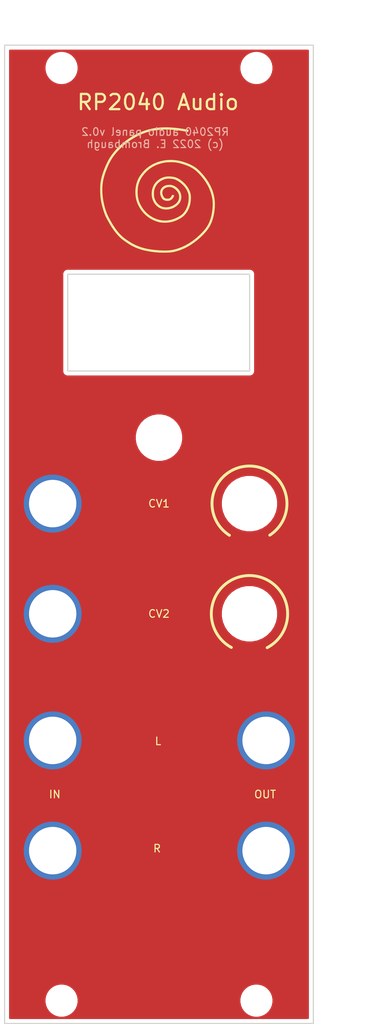
<source format=kicad_pcb>
(kicad_pcb (version 20211014) (generator pcbnew)
  (layers (0 "F.Cu" signal) (31 "B.Cu" signal) (34 "B.Paste" user) (35 "F.Paste" user) (36 "B.SilkS" user "B.Silkscreen") (37 "F.SilkS" user "F.Silkscreen") (38 "B.Mask" user) (39 "F.Mask" user) (44 "Edge.Cuts" user))
  (net 0 "")
  (net 1 "GND")
  (footprint "footprints:Mount_Hole_Thonk" (layer "F.Cu") (at 106.6546 131.4704)
    (fp_text reference "H6" (at 0 0.5) (layer "F.SilkS"))
    (fp_text value "MountingHole_Pad")
    (pad "1" thru_hole circle locked (at 0 0) (size 7.62 7.62) (drill 6.233) (layers *.Cu *.Mask) (net 1 "GND"))
  )
  (footprint "footprints:Mount_Hole_Thonk" (layer "F.Cu") (at 134.747 131.4704)
    (fp_text reference "H14" (at 0 0.5) (layer "F.SilkS"))
    (fp_text value "MountingHole_Pad")
    (pad "1" thru_hole circle locked (at 0 0) (size 7.62 7.62) (drill 6.233) (layers *.Cu *.Mask) (net 1 "GND"))
  )
  (footprint "footprints:Mount_Hole_Thonk" (layer "F.Cu") (at 134.747 145.9484)
    (fp_text reference "H15" (at 0 0.5) (layer "F.SilkS"))
    (fp_text value "MountingHole_Pad")
    (pad "1" thru_hole circle locked (at 0 0) (size 7.62 7.62) (drill 6.233) (layers *.Cu *.Mask) (net 1 "GND"))
  )
  (footprint "footprints:Mount_Hole_Thonk" (layer "F.Cu") (at 106.6546 100.3554)
    (fp_text reference "H18" (at 0 0.5) (layer "F.SilkS"))
    (fp_text value "MountingHole_Pad")
    (pad "1" thru_hole circle locked (at 0 0) (size 7.62 7.62) (drill 6.233) (layers *.Cu *.Mask) (net 1 "GND"))
  )
  (footprint "footprints:Mount_Hole_Thonk" (layer "F.Cu") (at 106.6546 114.8334)
    (fp_text reference "H19" (at 0 0.5) (layer "F.SilkS"))
    (fp_text value "MountingHole_Pad")
    (pad "1" thru_hole circle locked (at 0 0) (size 7.62 7.62) (drill 6.233) (layers *.Cu *.Mask) (net 1 "GND"))
  )
  (footprint "footprints:Mount_Hole_Thonk" (layer "F.Cu") (at 106.6546 145.9484)
    (fp_text reference "H7" (at 0 0.5) (layer "F.SilkS"))
    (fp_text value "MountingHole_Pad")
    (pad "1" thru_hole circle locked (at 0 0) (size 7.62 7.62) (drill 6.233) (layers *.Cu *.Mask) (net 1 "GND"))
  )
  (footprint "footprints:Mount_Hole_Euro_Rack" (layer "F.Cu") (at 107.823 43.1292)
    (fp_text reference "H1" (at 0 0.5) (layer "F.SilkS"))
    (fp_text value "MountingHole")
    (pad "" np_thru_hole circle locked (at 0 0) (size 3.2 3.2) (drill 3.2) (layers *.Cu *.Mask) (clearance 0.3))
  )
  (footprint "footprints:Mount_Hole_Euro_Rack" (layer "F.Cu") (at 107.823 165.6588)
    (fp_text reference "H8" (at 0 0.5) (layer "F.SilkS"))
    (fp_text value "MountingHole")
    (pad "" np_thru_hole circle locked (at 0 0) (size 3.2 3.2) (drill 3.2) (layers *.Cu *.Mask) (clearance 0.3))
  )
  (footprint "footprints:Mount_Hole_Euro_Rack" (layer "F.Cu") (at 133.477 165.6588)
    (fp_text reference "H4" (at 0 0.5) (layer "F.SilkS"))
    (fp_text value "MountingHole")
    (pad "" np_thru_hole circle locked (at 0 0) (size 3.2 3.2) (drill 3.2) (layers *.Cu *.Mask) (clearance 0.3))
  )
  (footprint "footprints:Mount_Hole_Euro_Rack" (layer "F.Cu") (at 133.477 43.1292)
    (fp_text reference "H5" (at 0 0.5) (layer "F.SilkS"))
    (fp_text value "MountingHole")
    (pad "" np_thru_hole circle locked (at 0 0) (size 3.2 3.2) (drill 3.2) (layers *.Cu *.Mask) (clearance 0.3))
  )
  (footprint "footprints:Mount_Hole_Song_Huei" (layer "F.Cu") (at 132.5626 100.3554)
    (fp_text reference "H2" (at 0 0.5) (layer "F.SilkS"))
    (fp_text value "MountingHole")
    (pad "" np_thru_hole circle locked (at 0 0) (size 6.2484 6.2484) (drill 6.2484) (layers *.Cu *.Mask) (clearance 0.3))
  )
  (footprint "footprints:Mount_Hole_Song_Huei" (layer "F.Cu") (at 132.5626 114.8334)
    (fp_text reference "H3" (at 0 0.5) (layer "F.SilkS"))
    (fp_text value "MountingHole")
    (pad "" np_thru_hole circle locked (at 0 0) (size 6.2484 6.2484) (drill 6.2484) (layers *.Cu *.Mask) (clearance 0.3))
  )
  (footprint "footprints:Mount_Hole_TL1105" (layer "F.Cu") (at 120.65 91.694)
    (fp_text reference "H9" (at 0 0.5) (layer "F.SilkS"))
    (fp_text value "MountingHole")
    (pad "" np_thru_hole circle locked (at 0 0) (size 5.08 5.08) (drill 5.08) (layers *.Cu *.Mask) (clearance 0.3))
  )
  (footprint "footprints:avatar" (layer "F.Cu") (at 120.65 57.912)
    (fp_text reference "Ref**" hide)
    (fp_text value "Val**" hide)
    (fp_poly (pts (xy 1.386381 -6.975417) (xy 1.97671 -6.936206) (xy 2.593709 -6.869012) (xy 3.239775 -6.774165) (xy 3.513667 -6.727352) (xy 3.633075 -6.706037) (xy 3.73694 -6.687274) (xy 3.818543 -6.672295) (xy 3.871166 -6.662332) (xy 3.888185 -6.658681) (xy 3.886397 -6.637112) (xy 3.876062 -6.580883) (xy 3.858454 -6.49651) (xy 3.842039 -6.42223) (xy 3.832086 -6.378043) (xy 3.561752 -6.42812) (xy 2.911862 -6.537546) (xy 2.292121 -6.61925) (xy 1.700695 -6.673246) (xy 1.135752 -6.699548) (xy 0.595458 -6.698171) (xy 0.07798 -6.669128) (xy -0.418514 -6.612435) (xy -0.895857 -6.528104) (xy -1.171446 -6.464843) (xy -1.701797 -6.311058) (xy -2.226876 -6.116898) (xy -2.743727 -5.884259) (xy -3.249394 -5.615037) (xy -3.740923 -5.311127) (xy -4.21536 -4.974424) (xy -4.669748 -4.606825) (xy -5.101133 -4.210224) (xy -5.50656 -3.786518) (xy -5.706232 -3.556) (xy -5.919818 -3.287335) (xy -6.117107 -3.010236) (xy -6.300908 -2.719515) (xy -6.474029 -2.409986) (xy -6.63928 -2.076463) (xy -6.799468 -1.713759) (xy -6.957403 -1.316688) (xy -7.040601 -1.092065) (xy -7.160209 -0.742618) (xy -7.256647 -0.415907) (xy -7.332282 -0.1009) (xy -7.389478 0.213432) (xy -7.430599 0.538119) (xy -7.455489 0.843088) (xy -7.467074 1.257508) (xy -7.451652 1.691036) (xy -7.410663 2.136833) (xy -7.345546 2.588058) (xy -7.257743 3.037872) (xy -7.148694 3.479435) (xy -7.019838 3.905908) (xy -6.872618 4.310451) (xy -6.708472 4.686224) (xy -6.602022 4.895845) (xy -6.379604 5.298865) (xy -6.166147 5.664489) (xy -5.959124 5.996068) (xy -5.756009 6.29695) (xy -5.554277 6.570486) (xy -5.3514 6.820026) (xy -5.144854 7.048918) (xy -4.932113 7.260513) (xy -4.710649 7.45816) (xy -4.602199 7.547697) (xy -4.489333 7.633945) (xy -4.34761 7.734959) (xy -4.1854 7.845357) (xy -4.011076 7.959755) (xy -3.833011 8.072768) (xy -3.659574 8.179013) (xy -3.499139 8.273105) (xy -3.360078 8.349662) (xy -3.334484 8.362951) (xy -2.985297 8.529489) (xy -2.626301 8.675444) (xy -2.253539 8.801712) (xy -1.863055 8.909195) (xy -1.450894 8.998789) (xy -1.0131 9.071395) (xy -0.545715 9.127911) (xy -0.044786 9.169235) (xy 0.297678 9.188238) (xy 0.648963 9.199587) (xy 0.967175 9.198962) (xy 1.260109 9.185435) (xy 1.535558 9.158073) (xy 1.801319 9.115947) (xy 2.065185 9.058127) (xy 2.33495 8.983681) (xy 2.529417 8.921864) (xy 3.01226 8.739791) (xy 3.484241 8.518587) (xy 3.946063 8.257791) (xy 4.398428 7.956947) (xy 4.842037 7.615593) (xy 5.277593 7.233272) (xy 5.61066 6.907887) (xy 5.874221 6.625098) (xy 6.101781 6.350178) (xy 6.297228 6.076818) (xy 6.464448 5.798708) (xy 6.60733 5.50954) (xy 6.729761 5.203005) (xy 6.808779 4.963584) (xy 6.89538 4.640841) (xy 6.965834 4.298661) (xy 7.019406 3.945566) (xy 7.055361 3.590078) (xy 7.072965 3.240717) (xy 7.071482 2.906004) (xy 7.050179 2.594461) (xy 7.027796 2.423584) (xy 6.933675 1.961466) (xy 6.798964 1.508205) (xy 6.623472 1.063431) (xy 6.407005 0.626775) (xy 6.149372 0.197867) (xy 5.85038 -0.223662) (xy 5.509836 -0.638181) (xy 5.329113 -0.837386) (xy 5.150325 -1.023313) (xy 4.98703 -1.18108) (xy 4.830967 -1.317568) (xy 4.673874 -1.439657) (xy 4.50749 -1.554228) (xy 4.352013 -1.651188) (xy 4.117595 -1.779033) (xy 3.849789 -1.90287) (xy 3.557527 -2.019723) (xy 3.249742 -2.12662) (xy 2.935367 -2.220584) (xy 2.623335 -2.298643) (xy 2.322577 -2.357822) (xy 2.155868 -2.382444) (xy 1.977113 -2.399221) (xy 1.770887 -2.408673) (xy 1.548643 -2.411038) (xy 1.321836 -2.406551) (xy 1.101918 -2.395449) (xy 0.900343 -2.37797) (xy 0.728565 -2.354349) (xy 0.719667 -2.352779) (xy 0.276481 -2.255307) (xy -0.138971 -2.126206) (xy -0.527792 -1.964841) (xy -0.891082 -1.770578) (xy -1.229942 -1.542782) (xy -1.545475 -1.280818) (xy -1.838781 -0.984053) (xy -2.013193 -0.778253) (xy -2.193969 -0.539483) (xy -2.343389 -0.312655) (xy -2.46671 -0.08846) (xy -2.56919 0.142412) (xy -2.634108 0.32126) (xy -2.689938 0.498543) (xy -2.732533 0.659423) (xy -2.76379 0.815452) (xy -2.785605 0.978182) (xy -2.799874 1.159164) (xy -2.808493 1.369949) (xy -2.808941 1.386417) (xy -2.811661 1.62558) (xy -2.805292 1.835262) (xy -2.788556 2.027588) (xy -2.760174 2.214685) (xy -2.718868 2.408677) (xy -2.688405 2.529433) (xy -2.658197 2.641159) (xy -2.631174 2.732076) (xy -2.60314 2.812927) (xy -2.569902 2.894452) (xy -2.527265 2.987393) (xy -2.471035 3.102493) (xy -2.441582 3.161576) (xy -2.241417 3.516785) (xy -2.010352 3.844827) (xy -1.750107 4.143992) (xy -1.462406 4.412571) (xy -1.148971 4.648854) (xy -0.811525 4.85113) (xy -0.665902 4.924183) (xy -0.307084 5.072934) (xy 0.053387 5.179413) (xy 0.415569 5.243618) (xy 0.779519 5.265549) (xy 1.145294 5.245203) (xy 1.512953 5.182579) (xy 1.882552 5.077677) (xy 2.254148 4.930494) (xy 2.417189 4.852894) (xy 2.668232 4.717544) (xy 2.880178 4.581744) (xy 3.056227 4.443288) (xy 3.165877 4.337184) (xy 3.366243 4.093097) (xy 3.537455 3.820953) (xy 3.678213 3.524576) (xy 3.787215 3.207787) (xy 3.863161 2.874412) (xy 3.904749 2.528273) (xy 3.910679 2.173193) (xy 3.909844 2.150999) (xy 3.898252 1.975525) (xy 3.87676 1.823542) (xy 3.841843 1.681592) (xy 3.789975 1.53622) (xy 3.717628 1.373969) (xy 3.692845 1.322917) (xy 3.568175 1.097581) (xy 3.421049 0.885705) (xy 3.244797 0.678431) (xy 3.08678 0.518065) (xy 2.818731 0.284434) (xy 2.5394 0.089121) (xy 2.25548 -0.065845) (xy 2.159186 -0.110374) (xy 2.078558 -0.142844) (xy 2.000534 -0.167044) (xy 1.912048 -0.186761) (xy 1.800039 -0.205781) (xy 1.742849 -0.214472) (xy 1.454467 -0.24631) (xy 1.192183 -0.250274) (xy 0.949021 -0.224919) (xy 0.718006 -0.168798) (xy 0.492165 -0.080465) (xy 0.264522 0.041525) (xy 0.146457 0.116518) (xy -0.065198 0.280075) (xy -0.245635 0.46893) (xy -0.39634 0.685235) (xy -0.5188 0.931141) (xy -0.614502 1.208801) (xy -0.618889 1.224568) (xy -0.636647 1.296441) (xy -0.649121 1.368229) (xy -0.657158 1.44966) (xy -0.661608 1.550462) (xy -0.663318 1.680364) (xy -0.663426 1.735667) (xy -0.6604 1.919719) (xy -0.649627 2.073299) (xy -0.628565 2.207948) (xy -0.594669 2.335204) (xy -0.545396 2.466609) (xy -0.478205 2.613703) (xy -0.463145 2.644494) (xy -0.407613 2.752023) (xy -0.356073 2.836903) (xy -0.298377 2.913221) (xy -0.224371 2.995061) (xy -0.171824 3.048753) (xy 0.0056 3.209358) (xy 0.18402 3.332669) (xy 0.37199 3.423046) (xy 0.578063 3.484849) (xy 0.740834 3.51388) (xy 0.974892 3.527008) (xy 1.216294 3.50565) (xy 1.458429 3.452591) (xy 1.694687 3.370614) (xy 1.918457 3.262506) (xy 2.123127 3.131051) (xy 2.302087 2.979034) (xy 2.448726 2.80924) (xy 2.463604 2.78814) (xy 2.564888 2.604248) (xy 2.628378 2.403101) (xy 2.652801 2.188854) (xy 2.653038 2.169584) (xy 2.636941 1.955519) (xy 2.585534 1.756281) (xy 2.496954 1.56767) (xy 2.36934 1.385485) (xy 2.244268 1.247904) (xy 2.058873 1.086745) (xy 1.865615 0.967107) (xy 1.663947 0.888813) (xy 1.453324 0.851687) (xy 1.233196 0.855553) (xy 1.094956 0.877767) (xy 0.906968 0.935824) (xy 0.748517 1.021803) (xy 0.62098 1.132015) (xy 0.525734 1.262774) (xy 0.464155 1.410391) (xy 0.437621 1.571178) (xy 0.447508 1.741448) (xy 0.495194 1.917514) (xy 0.582055 2.095687) (xy 0.618752 2.15314) (xy 0.692676 2.247313) (xy 0.771712 2.312937) (xy 0.864988 2.354232) (xy 0.98163 2.375415) (xy 1.11125 2.38077) (xy 1.213095 2.378807) (xy 1.285818 2.371236) (xy 1.34249 2.355875) (xy 1.389131 2.334358) (xy 1.480566 2.27007) (xy 1.567398 2.182105) (xy 1.638096 2.084027) (xy 1.680492 1.99159) (xy 1.700299 1.932891) (xy 1.720949 1.904916) (xy 1.753247 1.897243) (xy 1.777747 1.897793) (xy 1.849712 1.904468) (xy 1.919343 1.914892) (xy 1.967669 1.927182) (xy 1.98433 1.948097) (xy 1.979639 1.99175) (xy 1.978745 1.996183) (xy 1.962609 2.051042) (xy 1.934348 2.126309) (xy 1.904849 2.194999) (xy 1.813213 2.346058) (xy 1.691011 2.472208) (xy 1.543792 2.570627) (xy 1.377105 2.638492) (xy 1.196498 2.672983) (xy 1.007521 2.671276) (xy 0.976086 2.667343) (xy 0.792571 2.628097) (xy 0.637663 2.567299) (xy 0.51539 2.486769) (xy 0.465478 2.437039) (xy 0.34461 2.268492) (xy 0.250853 2.080639) (xy 0.186707 1.882078) (xy 0.154667 1.681403) (xy 0.157231 1.487211) (xy 0.168337 1.414127) (xy 0.216275 1.243146) (xy 0.291645 1.093073) (xy 0.400714 0.952361) (xy 0.442893 0.90829) (xy 0.588763 0.783058) (xy 0.747836 0.688802) (xy 0.925645 0.623519) (xy 1.127725 0.585207) (xy 1.359611 0.571862) (xy 1.372711 0.571813) (xy 1.487951 0.573103) (xy 1.57607 0.578782) (xy 1.652224 0.591041) (xy 1.731568 0.612071) (xy 1.797082 0.633171) (xy 2.034714 0.733452) (xy 2.251379 0.866128) (xy 2.443997 1.027302) (xy 2.609488 1.213075) (xy 2.744775 1.419548) (xy 2.846777 1.642822) (xy 2.912415 1.878999) (xy 2.936759 2.076154) (xy 2.933758 2.294272) (xy 2.898064 2.501602) (xy 2.827243 2.710021) (xy 2.789653 2.794) (xy 2.691914 2.958394) (xy 2.55835 3.120958) (xy 2.395324 3.276354) (xy 2.209198 3.419243) (xy 2.006335 3.544287) (xy 1.793098 3.646148) (xy 1.756838 3.660557) (xy 1.486508 3.744972) (xy 1.207744 3.794657) (xy 0.92794 3.80929) (xy 0.654486 3.788549) (xy 0.394776 3.732113) (xy 0.359834 3.721313) (xy 0.111777 3.620246) (xy -0.114519 3.485238) (xy -0.31752 3.319538) (xy -0.495688 3.126395) (xy -0.647488 2.909059) (xy -0.771384 2.670779) (xy -0.86584 2.414803) (xy -0.92932 2.144381) (xy -0.960287 1.862762) (xy -0.957206 1.573196) (xy -0.918541 1.278931) (xy -0.878014 1.102927) (xy -0.779993 0.811724) (xy -0.648937 0.546599) (xy -0.484468 0.30711) (xy -0.286206 0.092815) (xy -0.053774 -0.096729) (xy 0.213206 -0.261962) (xy 0.348781 -0.330429) (xy 0.571813 -0.421735) (xy 0.800758 -0.486006) (xy 1.041258 -0.523774) (xy 1.298953 -0.535571) (xy 1.579484 -0.521928) (xy 1.888492 -0.483379) (xy 1.919087 -0.478513) (xy 2.146092 -0.423163) (xy 2.381113 -0.331302) (xy 2.619387 -0.206776) (xy 2.856155 -0.053432) (xy 3.086656 0.124881) (xy 3.30613 0.324316) (xy 3.509817 0.541026) (xy 3.692955 0.771163) (xy 3.850784 1.01088) (xy 3.922763 1.14092) (xy 4.029829 1.368756) (xy 4.110327 1.589923) (xy 4.165409 1.812129) (xy 4.19623 2.043081) (xy 4.203942 2.290488) (xy 4.1897 2.562056) (xy 4.167011 2.772834) (xy 4.103093 3.133069) (xy 4.005438 3.474338) (xy 3.875372 3.794201) (xy 3.714217 4.090218) (xy 3.523296 4.35995) (xy 3.303932 4.600957) (xy 3.064344 4.805644) (xy 2.965036 4.873356) (xy 2.835812 4.951304) (xy 2.686243 5.034462) (xy 2.525899 5.117802) (xy 2.36435 5.196297) (xy 2.211165 5.264921) (xy 2.117095 5.303213) (xy 1.785175 5.413501) (xy 1.447695 5.489039) (xy 1.097343 5.531008) (xy 0.726806 5.540587) (xy 0.656167 5.538924) (xy 0.435138 5.528211) (xy 0.242591 5.509226) (xy 0.06509 5.479621) (xy -0.110801 5.437045) (xy -0.298517 5.379149) (xy -0.342023 5.364369) (xy -0.733419 5.207908) (xy -1.100978 5.016701) (xy -1.443661 4.791672) (xy -1.760431 4.533743) (xy -2.05025 4.243839) (xy -2.312078 3.922884) (xy -2.54488 3.571799) (xy -2.719799 3.249084) (xy -2.833278 2.998251) (xy -2.923556 2.751366) (xy -2.994057 2.496483) (xy -3.048207 2.221656) (xy -3.080826 1.989667) (xy -3.108322 1.599567) (xy -3.098178 1.206795) (xy -3.051348 0.817475) (xy -2.968785 0.43773) (xy -2.851445 0.073683) (xy -2.74229 -0.183046) (xy -2.614264 -0.42279) (xy -2.454704 -0.671887) (xy -2.27041 -0.921727) (xy -2.068182 -1.163698) (xy -1.854818 -1.38919) (xy -1.637119 -1.589592) (xy -1.620593 -1.60355) (xy -1.283454 -1.859141) (xy -0.921138 -2.082611) (xy -0.536921 -2.273181) (xy -0.134081 -2.430075) (xy 0.284106 -2.552516) (xy 0.714364 -2.639726) (xy 1.153416 -2.69093) (xy 1.597987 -2.705349) (xy 2.044798 -2.682207) (xy 2.490575 -2.620727) (xy 2.589025 -2.601809) (xy 2.943579 -2.519177) (xy 3.297974 -2.415669) (xy 3.645509 -2.294088) (xy 3.979485 -2.157238) (xy 4.293204 -2.007921) (xy 4.579964 -1.848942) (xy 4.833068 -1.683102) (xy 4.896114 -1.636489) (xy 5.083422 -1.48287) (xy 5.284838 -1.297151) (xy 5.494983 -1.084817) (xy 5.708481 -0.851349) (xy 5.919955 -0.602233) (xy 5.9661 -0.54534) (xy 6.285713 -0.119406) (xy 6.563412 0.311876) (xy 6.799367 0.74925) (xy 6.993746 1.193459) (xy 7.14672 1.645247) (xy 7.258456 2.105359) (xy 7.329124 2.574537) (xy 7.358893 3.053527) (xy 7.347932 3.543071) (xy 7.296409 4.043914) (xy 7.204495 4.556799) (xy 7.164865 4.73075) (xy 7.06677 5.091712) (xy 6.949811 5.429909) (xy 6.811129 5.749974) (xy 6.647869 6.056537) (xy 6.457172 6.354228) (xy 6.236182 6.647679) (xy 5.982041 6.941521) (xy 5.691892 7.240384) (xy 5.508098 7.415878) (xy 5.073951 7.79745) (xy 4.630164 8.142512) (xy 4.178356 8.450127) (xy 3.720149 8.719359) (xy 3.257165 8.949272) (xy 2.791023 9.138928) (xy 2.323347 9.287392) (xy 2.2225 9.313904) (xy 2.044022 9.357473) (xy 1.884327 9.392234) (xy 1.734586 9.419209) (xy 1.585971 9.439416) (xy 1.429651 9.453876) (xy 1.2568 9.463606) (xy 1.058588 9.469627) (xy 0.846667 9.472762) (xy 0.674179 9.473718) (xy 0.500448 9.473319) (xy 0.334378 9.471685) (xy 0.184872 9.468936) (xy 0.060835 9.465192) (xy -0.021166 9.461102) (xy -0.616506 9.408955) (xy -1.177228 9.334015) (xy -1.704602 9.235946) (xy -2.199896 9.114411) (xy -2.66438 8.969074) (xy -3.09932 8.7996) (xy -3.505988 8.605652) (xy -3.739172 8.476087) (xy -3.882451 8.389069) (xy -4.042704 8.28693) (xy -4.212048 8.175099) (xy -4.382599 8.059002) (xy -4.546474 7.944068) (xy -4.695789 7.835723) (xy -4.822662 7.739396) (xy -4.900083 7.676841) (xy -5.185082 7.418986) (xy -5.460801 7.132108) (xy -5.729532 6.813371) (xy -5.993567 6.459939) (xy -6.255198 6.068975) (xy -6.433937 5.7785) (xy -6.504733 5.657985) (xy -6.582359 5.522849) (xy -6.663632 5.378928) (xy -6.745368 5.232053) (xy -6.824385 5.088058) (xy -6.897501 4.952776) (xy -6.961533 4.832042) (xy -7.013298 4.731687) (xy -7.049614 4.657547) (xy -7.065315 4.621271) (xy -7.150689 4.388135) (xy -7.22265 4.186736) (xy -7.28361 4.009544) (xy -7.335977 3.84903) (xy -7.382163 3.697666) (xy -7.424575 3.547923) (xy -7.465625 3.39227) (xy -7.490974 3.291417) (xy -7.562195 2.989514) (xy -7.61919 2.712973) (xy -7.663249 2.451044) (xy -7.695661 2.192982) (xy -7.717717 1.928037) (xy -7.730706 1.645463) (xy -7.73592 1.334511) (xy -7.736161 1.248834) (xy -7.735117 1.009141) (xy -7.731278 0.80337) (xy -7.723896 0.623159) (xy -7.71222 0.460146) (xy -7.695501 0.305968) (xy -7.672989 0.152263) (xy -7.643935 -0.00933) (xy -7.607588 -0.187174) (xy -7.607282 -0.188607) (xy -7.53032 -0.503938) (xy -7.430006 -0.843085) (xy -7.309919 -1.197201) (xy -7.173636 -1.557436) (xy -7.024734 -1.914942) (xy -6.866792 -2.260873) (xy -6.703386 -2.586378) (xy -6.538094 -2.882611) (xy -6.477935 -2.981802) (xy -6.21007 -3.378651) (xy -5.903847 -3.770788) (xy -5.56323 -4.154422) (xy -5.192185 -4.52576) (xy -4.794677 -4.88101) (xy -4.374672 -5.216379) (xy -3.936133 -5.528075) (xy -3.577166 -5.756305) (xy -3.121756 -6.014965) (xy -2.663637 -6.242362) (xy -2.200413 -6.438823) (xy -1.729687 -6.604677) (xy -1.249064 -6.740251) (xy -0.756147 -6.845874) (xy -0.24854 -6.921874) (xy 0.276153 -6.968579) (xy 0.820328 -6.986317) (xy 1.386381 -6.975417)) (layer "F.SilkS") (width 0.01) (fill solid))
  )
  (gr_arc (start 130.175 119.253) (mid 132.595849 109.810215) (end 134.891485 119.284219) (layer "F.SilkS") (width 0.381))
  (gr_arc (start 129.921 104.521) (mid 132.543719 95.422863) (end 135.236013 104.500655) (layer "F.SilkS") (width 0.381))
  (gr_line (start 100.33 40.132) (end 100.33 168.656) (layer "Edge.Cuts") (width 0.15))
  (gr_line (start 108.6358 82.94) (end 132.588 82.94) (layer "Edge.Cuts") (width 0.15))
  (gr_line (start 108.6358 70.2216) (end 108.6358 82.94) (layer "Edge.Cuts") (width 0.15))
  (gr_line (start 132.588 70.2216) (end 132.588 82.94) (layer "Edge.Cuts") (width 0.15))
  (gr_line (start 140.97 40.132) (end 100.33 40.132) (layer "Edge.Cuts") (width 0.15))
  (gr_line (start 100.33 168.656) (end 140.97 168.656) (layer "Edge.Cuts") (width 0.15))
  (gr_line (start 108.6358 70.2216) (end 132.588 70.2216) (layer "Edge.Cuts") (width 0.15))
  (gr_line (start 140.97 168.656) (end 140.97 40.132) (layer "Edge.Cuts") (width 0.15))
  (gr_text "RP2040 audio panel v0.2\n(c) 2022 E. Brombaugh" (at 120.142 52.324) (layer "B.SilkS") (effects (font (size 1 1)) (justify mirror)))
  (gr_text "R" (at 120.396 145.669) (layer "F.SilkS") (effects (font (size 1 1))))
  (gr_text "OUT" (at 134.62 138.557) (layer "F.SilkS") (effects (font (size 1 1))))
  (gr_text "CV1" (at 120.65 100.3554) (layer "F.SilkS") (effects (font (size 1 1))))
  (gr_text "RP2040 Audio" (at 120.523 47.625) (layer "F.SilkS") (effects (font (size 2 2) (thickness 0.3))))
  (gr_text "IN" (at 106.934 138.557) (layer "F.SilkS") (effects (font (size 1 1))))
  (gr_text "L" (at 120.523 131.572) (layer "F.SilkS") (effects (font (size 1 1))))
  (gr_text "CV2" (at 120.65 114.8334) (layer "F.SilkS") (effects (font (size 1 1))))
  (zone (net 1) (net_name "GND") (layer "F.Cu") (connect_pads yes (clearance 0.508)) (min_thickness 0.254) (fill yes (thermal_gap 0.508) (thermal_bridge_width 0.508))
    (polygon (pts (xy 140.589 168.275) (xy 100.711 168.275) (xy 100.711 40.513) (xy 140.589 40.513)))
  )
)
</source>
